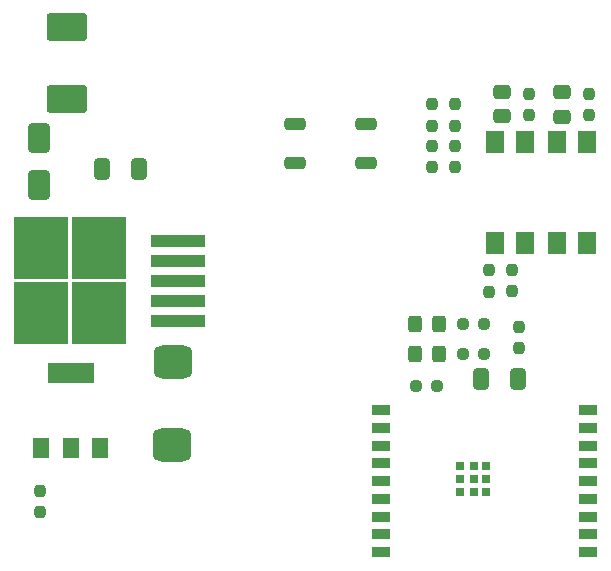
<source format=gbr>
%TF.GenerationSoftware,KiCad,Pcbnew,8.0.1*%
%TF.CreationDate,2024-05-08T12:06:43+02:00*%
%TF.ProjectId,SommerESP,536f6d6d-6572-4455-9350-2e6b69636164,rev?*%
%TF.SameCoordinates,Original*%
%TF.FileFunction,Paste,Top*%
%TF.FilePolarity,Positive*%
%FSLAX46Y46*%
G04 Gerber Fmt 4.6, Leading zero omitted, Abs format (unit mm)*
G04 Created by KiCad (PCBNEW 8.0.1) date 2024-05-08 12:06:43*
%MOMM*%
%LPD*%
G01*
G04 APERTURE LIST*
G04 Aperture macros list*
%AMRoundRect*
0 Rectangle with rounded corners*
0 $1 Rounding radius*
0 $2 $3 $4 $5 $6 $7 $8 $9 X,Y pos of 4 corners*
0 Add a 4 corners polygon primitive as box body*
4,1,4,$2,$3,$4,$5,$6,$7,$8,$9,$2,$3,0*
0 Add four circle primitives for the rounded corners*
1,1,$1+$1,$2,$3*
1,1,$1+$1,$4,$5*
1,1,$1+$1,$6,$7*
1,1,$1+$1,$8,$9*
0 Add four rect primitives between the rounded corners*
20,1,$1+$1,$2,$3,$4,$5,0*
20,1,$1+$1,$4,$5,$6,$7,0*
20,1,$1+$1,$6,$7,$8,$9,0*
20,1,$1+$1,$8,$9,$2,$3,0*%
G04 Aperture macros list end*
%ADD10RoundRect,0.237500X0.250000X0.237500X-0.250000X0.237500X-0.250000X-0.237500X0.250000X-0.237500X0*%
%ADD11RoundRect,0.237500X-0.237500X0.250000X-0.237500X-0.250000X0.237500X-0.250000X0.237500X0.250000X0*%
%ADD12RoundRect,0.250000X0.412500X0.650000X-0.412500X0.650000X-0.412500X-0.650000X0.412500X-0.650000X0*%
%ADD13R,1.500000X1.900000*%
%ADD14RoundRect,0.250000X-0.650000X1.000000X-0.650000X-1.000000X0.650000X-1.000000X0.650000X1.000000X0*%
%ADD15RoundRect,0.237500X0.237500X-0.250000X0.237500X0.250000X-0.237500X0.250000X-0.237500X-0.250000X0*%
%ADD16RoundRect,0.250000X0.650000X0.250000X-0.650000X0.250000X-0.650000X-0.250000X0.650000X-0.250000X0*%
%ADD17RoundRect,0.250000X-0.325000X-0.450000X0.325000X-0.450000X0.325000X0.450000X-0.325000X0.450000X0*%
%ADD18R,1.500000X0.900000*%
%ADD19R,0.700000X0.700000*%
%ADD20RoundRect,0.235000X1.465000X-0.940000X1.465000X0.940000X-1.465000X0.940000X-1.465000X-0.940000X0*%
%ADD21R,4.550000X5.250000*%
%ADD22R,4.600000X1.100000*%
%ADD23R,1.400000X1.700000*%
%ADD24R,4.000000X1.800000*%
%ADD25RoundRect,0.250000X-0.475000X0.337500X-0.475000X-0.337500X0.475000X-0.337500X0.475000X0.337500X0*%
%ADD26RoundRect,0.700000X0.950000X-0.700000X0.950000X0.700000X-0.950000X0.700000X-0.950000X-0.700000X0*%
%ADD27RoundRect,0.237500X-0.250000X-0.237500X0.250000X-0.237500X0.250000X0.237500X-0.250000X0.237500X0*%
G04 APERTURE END LIST*
D10*
%TO.C,R8*%
X129505000Y-80590000D03*
X127680000Y-80590000D03*
%TD*%
D11*
%TO.C,R2*%
X125100000Y-59487500D03*
X125100000Y-61312500D03*
%TD*%
%TO.C,R3*%
X127000000Y-62987500D03*
X127000000Y-64812500D03*
%TD*%
D12*
%TO.C,C3*%
X100287500Y-65000000D03*
X97162500Y-65000000D03*
%TD*%
D13*
%TO.C,U2*%
X135630000Y-71200000D03*
X138170000Y-71200000D03*
X138170000Y-62700000D03*
X135630000Y-62700000D03*
%TD*%
D10*
%TO.C,R7*%
X129495000Y-78070000D03*
X127670000Y-78070000D03*
%TD*%
D14*
%TO.C,D5*%
X91775000Y-62300000D03*
X91775000Y-66300000D03*
%TD*%
D15*
%TO.C,R6*%
X129900000Y-75362500D03*
X129900000Y-73537500D03*
%TD*%
%TO.C,R5*%
X131850000Y-75337500D03*
X131850000Y-73512500D03*
%TD*%
%TO.C,R10*%
X133300000Y-60412500D03*
X133300000Y-58587500D03*
%TD*%
D16*
%TO.C,S2*%
X119500000Y-61150000D03*
X119500000Y-64450000D03*
%TD*%
D15*
%TO.C,R9*%
X138400000Y-60412500D03*
X138400000Y-58587500D03*
%TD*%
D17*
%TO.C,D2*%
X123615000Y-80590000D03*
X125665000Y-80590000D03*
%TD*%
D16*
%TO.C,S1*%
X113500000Y-61150000D03*
X113500000Y-64450000D03*
%TD*%
D15*
%TO.C,R11*%
X91900000Y-94012500D03*
X91900000Y-92187500D03*
%TD*%
D18*
%TO.C,U5*%
X138250000Y-97400000D03*
X138250000Y-95900000D03*
X138250000Y-94400000D03*
X138250000Y-92900000D03*
X138250000Y-91400000D03*
X138250000Y-89900000D03*
X138250000Y-88400000D03*
X138250000Y-86900000D03*
X138250000Y-85400000D03*
X120750000Y-85400000D03*
X120750000Y-86900000D03*
X120750000Y-88400000D03*
X120750000Y-89900000D03*
X120750000Y-91400000D03*
X120750000Y-92900000D03*
X120750000Y-94400000D03*
X120750000Y-95900000D03*
X120750000Y-97400000D03*
D19*
X129640000Y-92300000D03*
X129640000Y-91200000D03*
X129640000Y-90100000D03*
X128590000Y-92300000D03*
X128590000Y-91200000D03*
X128590000Y-90100000D03*
X127440000Y-92300000D03*
X127440000Y-91200000D03*
X127440000Y-90100000D03*
%TD*%
D20*
%TO.C,L1*%
X94125000Y-59025000D03*
X94125000Y-52975000D03*
%TD*%
D11*
%TO.C,R4*%
X125100000Y-62987500D03*
X125100000Y-64812500D03*
%TD*%
D21*
%TO.C,U4*%
X96850000Y-77200000D03*
X96850000Y-71650000D03*
X92000000Y-77200000D03*
X92000000Y-71650000D03*
D22*
X103575000Y-77825000D03*
X103575000Y-76125000D03*
X103575000Y-74425000D03*
X103575000Y-72725000D03*
X103575000Y-71025000D03*
%TD*%
D11*
%TO.C,R1*%
X127000000Y-59487500D03*
X127000000Y-61312500D03*
%TD*%
D23*
%TO.C,Q1*%
X92000000Y-88600000D03*
X94500000Y-88600000D03*
X97000000Y-88600000D03*
D24*
X94500000Y-82200000D03*
%TD*%
D25*
%TO.C,C2*%
X131000000Y-58425000D03*
X131000000Y-60500000D03*
%TD*%
%TO.C,C1*%
X136100000Y-58462500D03*
X136100000Y-60537500D03*
%TD*%
D26*
%TO.C,D3*%
X103075000Y-88325000D03*
X103125000Y-81325000D03*
%TD*%
D15*
%TO.C,R13*%
X132420000Y-80162500D03*
X132420000Y-78337500D03*
%TD*%
D27*
%TO.C,R12*%
X123677500Y-83340000D03*
X125502500Y-83340000D03*
%TD*%
D12*
%TO.C,C4*%
X132362500Y-82710000D03*
X129237500Y-82710000D03*
%TD*%
D13*
%TO.C,U3*%
X130430000Y-71200000D03*
X132970000Y-71200000D03*
X132970000Y-62700000D03*
X130430000Y-62700000D03*
%TD*%
D17*
%TO.C,D1*%
X123597500Y-78080000D03*
X125647500Y-78080000D03*
%TD*%
M02*

</source>
